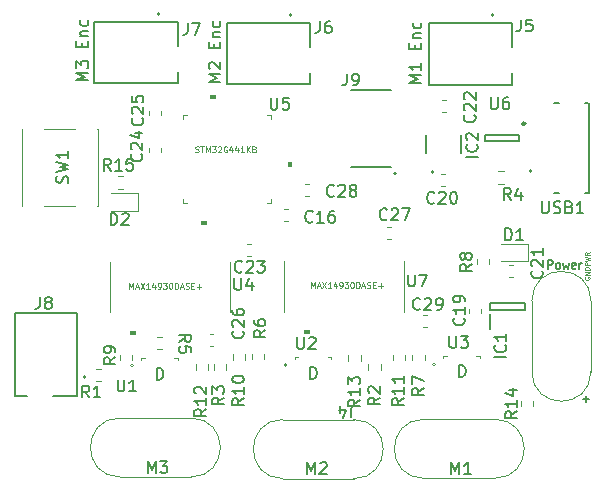
<source format=gto>
G04 #@! TF.GenerationSoftware,KiCad,Pcbnew,5.99.0+really5.1.10+dfsg1-1*
G04 #@! TF.CreationDate,2021-12-28T19:21:21+02:00*
G04 #@! TF.ProjectId,components_main_board,636f6d70-6f6e-4656-9e74-735f6d61696e,V0.1*
G04 #@! TF.SameCoordinates,Original*
G04 #@! TF.FileFunction,Legend,Top*
G04 #@! TF.FilePolarity,Positive*
%FSLAX46Y46*%
G04 Gerber Fmt 4.6, Leading zero omitted, Abs format (unit mm)*
G04 Created by KiCad (PCBNEW 5.99.0+really5.1.10+dfsg1-1) date 2021-12-28 19:21:21*
%MOMM*%
%LPD*%
G01*
G04 APERTURE LIST*
%ADD10C,0.100000*%
%ADD11C,0.175000*%
%ADD12C,0.120000*%
%ADD13C,0.200000*%
%ADD14C,0.127000*%
%ADD15C,0.249999*%
%ADD16C,0.150000*%
%ADD17C,0.125000*%
G04 APERTURE END LIST*
D10*
X238622000Y-112169133D02*
X238602952Y-112207228D01*
X238602952Y-112264371D01*
X238622000Y-112321514D01*
X238660095Y-112359609D01*
X238698190Y-112378657D01*
X238774380Y-112397704D01*
X238831523Y-112397704D01*
X238907714Y-112378657D01*
X238945809Y-112359609D01*
X238983904Y-112321514D01*
X239002952Y-112264371D01*
X239002952Y-112226276D01*
X238983904Y-112169133D01*
X238964857Y-112150085D01*
X238831523Y-112150085D01*
X238831523Y-112226276D01*
X239002952Y-111978657D02*
X238602952Y-111978657D01*
X239002952Y-111750085D01*
X238602952Y-111750085D01*
X239002952Y-111559609D02*
X238602952Y-111559609D01*
X238602952Y-111464371D01*
X238622000Y-111407228D01*
X238660095Y-111369133D01*
X238698190Y-111350085D01*
X238774380Y-111331038D01*
X238831523Y-111331038D01*
X238907714Y-111350085D01*
X238945809Y-111369133D01*
X238983904Y-111407228D01*
X239002952Y-111464371D01*
X239002952Y-111559609D01*
X239002952Y-111159609D02*
X238602952Y-111159609D01*
X238602952Y-111007228D01*
X238622000Y-110969133D01*
X238641047Y-110950085D01*
X238679142Y-110931038D01*
X238736285Y-110931038D01*
X238774380Y-110950085D01*
X238793428Y-110969133D01*
X238812476Y-111007228D01*
X238812476Y-111159609D01*
X238602952Y-110797704D02*
X239002952Y-110702466D01*
X238717238Y-110626276D01*
X239002952Y-110550085D01*
X238602952Y-110454847D01*
X239002952Y-110073895D02*
X238812476Y-110207228D01*
X239002952Y-110302466D02*
X238602952Y-110302466D01*
X238602952Y-110150085D01*
X238622000Y-110111990D01*
X238641047Y-110092942D01*
X238679142Y-110073895D01*
X238736285Y-110073895D01*
X238774380Y-110092942D01*
X238793428Y-110111990D01*
X238812476Y-110150085D01*
X238812476Y-110302466D01*
D11*
X238428333Y-122512600D02*
X238961666Y-122512600D01*
X238695000Y-122779266D02*
X238695000Y-122245933D01*
X235482866Y-111450866D02*
X235482866Y-110750866D01*
X235749533Y-110750866D01*
X235816200Y-110784200D01*
X235849533Y-110817533D01*
X235882866Y-110884200D01*
X235882866Y-110984200D01*
X235849533Y-111050866D01*
X235816200Y-111084200D01*
X235749533Y-111117533D01*
X235482866Y-111117533D01*
X236282866Y-111450866D02*
X236216200Y-111417533D01*
X236182866Y-111384200D01*
X236149533Y-111317533D01*
X236149533Y-111117533D01*
X236182866Y-111050866D01*
X236216200Y-111017533D01*
X236282866Y-110984200D01*
X236382866Y-110984200D01*
X236449533Y-111017533D01*
X236482866Y-111050866D01*
X236516200Y-111117533D01*
X236516200Y-111317533D01*
X236482866Y-111384200D01*
X236449533Y-111417533D01*
X236382866Y-111450866D01*
X236282866Y-111450866D01*
X236749533Y-110984200D02*
X236882866Y-111450866D01*
X237016200Y-111117533D01*
X237149533Y-111450866D01*
X237282866Y-110984200D01*
X237816200Y-111417533D02*
X237749533Y-111450866D01*
X237616200Y-111450866D01*
X237549533Y-111417533D01*
X237516200Y-111350866D01*
X237516200Y-111084200D01*
X237549533Y-111017533D01*
X237616200Y-110984200D01*
X237749533Y-110984200D01*
X237816200Y-111017533D01*
X237849533Y-111084200D01*
X237849533Y-111150866D01*
X237516200Y-111217533D01*
X238149533Y-111450866D02*
X238149533Y-110984200D01*
X238149533Y-111117533D02*
X238182866Y-111050866D01*
X238216200Y-111017533D01*
X238282866Y-110984200D01*
X238349533Y-110984200D01*
X227290476Y-128852380D02*
X227290476Y-127852380D01*
X227623809Y-128566666D01*
X227957142Y-127852380D01*
X227957142Y-128852380D01*
X228957142Y-128852380D02*
X228385714Y-128852380D01*
X228671428Y-128852380D02*
X228671428Y-127852380D01*
X228576190Y-127995238D01*
X228480952Y-128090476D01*
X228385714Y-128138095D01*
X215090476Y-128852380D02*
X215090476Y-127852380D01*
X215423809Y-128566666D01*
X215757142Y-127852380D01*
X215757142Y-128852380D01*
X216185714Y-127947619D02*
X216233333Y-127900000D01*
X216328571Y-127852380D01*
X216566666Y-127852380D01*
X216661904Y-127900000D01*
X216709523Y-127947619D01*
X216757142Y-128042857D01*
X216757142Y-128138095D01*
X216709523Y-128280952D01*
X216138095Y-128852380D01*
X216757142Y-128852380D01*
X201590476Y-128752380D02*
X201590476Y-127752380D01*
X201923809Y-128466666D01*
X202257142Y-127752380D01*
X202257142Y-128752380D01*
X202638095Y-127752380D02*
X203257142Y-127752380D01*
X202923809Y-128133333D01*
X203066666Y-128133333D01*
X203161904Y-128180952D01*
X203209523Y-128228571D01*
X203257142Y-128323809D01*
X203257142Y-128561904D01*
X203209523Y-128657142D01*
X203161904Y-128704761D01*
X203066666Y-128752380D01*
X202780952Y-128752380D01*
X202685714Y-128704761D01*
X202638095Y-128657142D01*
X224752380Y-95723809D02*
X223752380Y-95723809D01*
X224466666Y-95390476D01*
X223752380Y-95057142D01*
X224752380Y-95057142D01*
X224752380Y-94057142D02*
X224752380Y-94628571D01*
X224752380Y-94342857D02*
X223752380Y-94342857D01*
X223895238Y-94438095D01*
X223990476Y-94533333D01*
X224038095Y-94628571D01*
X224228571Y-92866666D02*
X224228571Y-92533333D01*
X224752380Y-92390476D02*
X224752380Y-92866666D01*
X223752380Y-92866666D01*
X223752380Y-92390476D01*
X224085714Y-91961904D02*
X224752380Y-91961904D01*
X224180952Y-91961904D02*
X224133333Y-91914285D01*
X224085714Y-91819047D01*
X224085714Y-91676190D01*
X224133333Y-91580952D01*
X224228571Y-91533333D01*
X224752380Y-91533333D01*
X224704761Y-90628571D02*
X224752380Y-90723809D01*
X224752380Y-90914285D01*
X224704761Y-91009523D01*
X224657142Y-91057142D01*
X224561904Y-91104761D01*
X224276190Y-91104761D01*
X224180952Y-91057142D01*
X224133333Y-91009523D01*
X224085714Y-90914285D01*
X224085714Y-90723809D01*
X224133333Y-90628571D01*
X207752380Y-95623809D02*
X206752380Y-95623809D01*
X207466666Y-95290476D01*
X206752380Y-94957142D01*
X207752380Y-94957142D01*
X206847619Y-94528571D02*
X206800000Y-94480952D01*
X206752380Y-94385714D01*
X206752380Y-94147619D01*
X206800000Y-94052380D01*
X206847619Y-94004761D01*
X206942857Y-93957142D01*
X207038095Y-93957142D01*
X207180952Y-94004761D01*
X207752380Y-94576190D01*
X207752380Y-93957142D01*
X207228571Y-92766666D02*
X207228571Y-92433333D01*
X207752380Y-92290476D02*
X207752380Y-92766666D01*
X206752380Y-92766666D01*
X206752380Y-92290476D01*
X207085714Y-91861904D02*
X207752380Y-91861904D01*
X207180952Y-91861904D02*
X207133333Y-91814285D01*
X207085714Y-91719047D01*
X207085714Y-91576190D01*
X207133333Y-91480952D01*
X207228571Y-91433333D01*
X207752380Y-91433333D01*
X207704761Y-90528571D02*
X207752380Y-90623809D01*
X207752380Y-90814285D01*
X207704761Y-90909523D01*
X207657142Y-90957142D01*
X207561904Y-91004761D01*
X207276190Y-91004761D01*
X207180952Y-90957142D01*
X207133333Y-90909523D01*
X207085714Y-90814285D01*
X207085714Y-90623809D01*
X207133333Y-90528571D01*
X196552380Y-95523809D02*
X195552380Y-95523809D01*
X196266666Y-95190476D01*
X195552380Y-94857142D01*
X196552380Y-94857142D01*
X195552380Y-94476190D02*
X195552380Y-93857142D01*
X195933333Y-94190476D01*
X195933333Y-94047619D01*
X195980952Y-93952380D01*
X196028571Y-93904761D01*
X196123809Y-93857142D01*
X196361904Y-93857142D01*
X196457142Y-93904761D01*
X196504761Y-93952380D01*
X196552380Y-94047619D01*
X196552380Y-94333333D01*
X196504761Y-94428571D01*
X196457142Y-94476190D01*
X196028571Y-92666666D02*
X196028571Y-92333333D01*
X196552380Y-92190476D02*
X196552380Y-92666666D01*
X195552380Y-92666666D01*
X195552380Y-92190476D01*
X195885714Y-91761904D02*
X196552380Y-91761904D01*
X195980952Y-91761904D02*
X195933333Y-91714285D01*
X195885714Y-91619047D01*
X195885714Y-91476190D01*
X195933333Y-91380952D01*
X196028571Y-91333333D01*
X196552380Y-91333333D01*
X196504761Y-90428571D02*
X196552380Y-90523809D01*
X196552380Y-90714285D01*
X196504761Y-90809523D01*
X196457142Y-90857142D01*
X196361904Y-90904761D01*
X196076190Y-90904761D01*
X195980952Y-90857142D01*
X195933333Y-90809523D01*
X195885714Y-90714285D01*
X195885714Y-90523809D01*
X195933333Y-90428571D01*
D12*
X213159420Y-107410000D02*
X213440580Y-107410000D01*
X213159420Y-106390000D02*
X213440580Y-106390000D01*
D13*
X234101200Y-103209000D02*
G75*
G03*
X234101200Y-103209000I-100000J0D01*
G01*
D14*
X238951200Y-105009000D02*
X238951200Y-97409000D01*
X236001200Y-105009000D02*
X236401200Y-105009000D01*
X236401200Y-97409000D02*
X236001200Y-97409000D01*
X238601200Y-105009000D02*
X238901200Y-105009000D01*
X238601200Y-97409000D02*
X238901200Y-97409000D01*
D12*
X198410600Y-110892900D02*
X198410600Y-115134700D01*
X208570600Y-115134700D02*
X208570600Y-110892900D01*
D10*
G36*
X200506100Y-116977401D02*
G01*
X200125100Y-116977401D01*
X200125100Y-116723401D01*
X200506100Y-116723401D01*
X200506100Y-116977401D01*
G37*
X200506100Y-116977401D02*
X200125100Y-116977401D01*
X200125100Y-116723401D01*
X200506100Y-116723401D01*
X200506100Y-116977401D01*
D12*
X204578900Y-105921100D02*
X204916860Y-105921100D01*
X212021100Y-105921100D02*
X212021100Y-105583140D01*
X212021100Y-98478900D02*
X211683140Y-98478900D01*
X204578900Y-98478900D02*
X204578900Y-98816860D01*
X204578900Y-105583140D02*
X204578900Y-105921100D01*
X211683140Y-105921100D02*
X212021100Y-105921100D01*
X212021100Y-98816860D02*
X212021100Y-98478900D01*
X204916860Y-98478900D02*
X204578900Y-98478900D01*
D10*
G36*
X206109499Y-107407000D02*
G01*
X206109499Y-107661000D01*
X206490499Y-107661000D01*
X206490499Y-107407000D01*
X206109499Y-107407000D01*
G37*
X206109499Y-107407000D02*
X206109499Y-107661000D01*
X206490499Y-107661000D01*
X206490499Y-107407000D01*
X206109499Y-107407000D01*
G36*
X213761000Y-102409499D02*
G01*
X213761000Y-102790499D01*
X213507000Y-102790499D01*
X213507000Y-102409499D01*
X213761000Y-102409499D01*
G37*
X213761000Y-102409499D02*
X213761000Y-102790499D01*
X213507000Y-102790499D01*
X213507000Y-102409499D01*
X213761000Y-102409499D01*
G36*
X206909500Y-96993000D02*
G01*
X206909500Y-96739000D01*
X207290500Y-96739000D01*
X207290500Y-96993000D01*
X206909500Y-96993000D01*
G37*
X206909500Y-96993000D02*
X206909500Y-96739000D01*
X207290500Y-96739000D01*
X207290500Y-96993000D01*
X206909500Y-96993000D01*
D15*
X233558002Y-99165001D02*
G75*
G03*
X233558002Y-99165001I-125001J0D01*
G01*
D16*
X230133000Y-100640002D02*
X233033000Y-100640002D01*
X230133000Y-100140001D02*
X233033000Y-100140001D01*
X230133000Y-100140001D02*
X230133000Y-100640002D01*
X233033000Y-100140001D02*
X233033000Y-100640002D01*
D13*
X218785000Y-102860000D02*
X222215000Y-102860000D01*
X222215000Y-96340000D02*
X218785000Y-96340000D01*
X222635000Y-103390000D02*
G75*
G03*
X222635000Y-103390000I-100000J0D01*
G01*
D14*
X195575000Y-122278800D02*
X193545000Y-122278800D01*
X191345000Y-122278800D02*
X190375000Y-122278800D01*
X190375000Y-122278800D02*
X190375000Y-115208800D01*
X190375000Y-115208800D02*
X195575000Y-115208800D01*
X195575000Y-115208800D02*
X195575000Y-122278800D01*
D13*
X196353000Y-120633800D02*
G75*
G03*
X196353000Y-120633800I-100000J0D01*
G01*
X202600000Y-89892000D02*
G75*
G03*
X202600000Y-89892000I-100000J0D01*
G01*
D14*
X197075000Y-90570000D02*
X204145000Y-90570000D01*
X197075000Y-95770000D02*
X197075000Y-90570000D01*
X204145000Y-95770000D02*
X197075000Y-95770000D01*
X204145000Y-94800000D02*
X204145000Y-95770000D01*
X204145000Y-90570000D02*
X204145000Y-92600000D01*
X215345000Y-90656000D02*
X215345000Y-92686000D01*
X215345000Y-94886000D02*
X215345000Y-95856000D01*
X215345000Y-95856000D02*
X208275000Y-95856000D01*
X208275000Y-95856000D02*
X208275000Y-90656000D01*
X208275000Y-90656000D02*
X215345000Y-90656000D01*
D13*
X213800000Y-89978000D02*
G75*
G03*
X213800000Y-89978000I-100000J0D01*
G01*
D14*
X232445000Y-90670000D02*
X232445000Y-92700000D01*
X232445000Y-94900000D02*
X232445000Y-95870000D01*
X232445000Y-95870000D02*
X225375000Y-95870000D01*
X225375000Y-95870000D02*
X225375000Y-90670000D01*
X225375000Y-90670000D02*
X232445000Y-90670000D01*
D13*
X230900000Y-89992000D02*
G75*
G03*
X230900000Y-89992000I-100000J0D01*
G01*
D12*
X213035400Y-124229800D02*
X219035400Y-124229800D01*
X213035400Y-129229800D02*
X219035400Y-129229800D01*
X213035400Y-124229800D02*
G75*
G03*
X213035400Y-129229800I0J-2500000D01*
G01*
X219035400Y-129229800D02*
G75*
G03*
X219035400Y-124229800I0J2500000D01*
G01*
X199246000Y-124094800D02*
X205246000Y-124094800D01*
X199246000Y-129094800D02*
X205246000Y-129094800D01*
X199246000Y-124094800D02*
G75*
G03*
X199246000Y-129094800I0J-2500000D01*
G01*
X205246000Y-129094800D02*
G75*
G03*
X205246000Y-124094800I0J2500000D01*
G01*
X224973400Y-124204400D02*
X230973400Y-124204400D01*
X224973400Y-129204400D02*
X230973400Y-129204400D01*
X224973400Y-124204400D02*
G75*
G03*
X224973400Y-129204400I0J-2500000D01*
G01*
X230973400Y-129204400D02*
G75*
G03*
X230973400Y-124204400I0J2500000D01*
G01*
X239120200Y-114179400D02*
X239120200Y-120179400D01*
X234120200Y-114179400D02*
X234120200Y-120179400D01*
X239120200Y-114179400D02*
G75*
G03*
X234120200Y-114179400I-2500000J0D01*
G01*
X234120200Y-120179400D02*
G75*
G03*
X239120200Y-120179400I2500000J0D01*
G01*
D14*
X225155400Y-101673400D02*
X225155400Y-100173400D01*
X228155400Y-101673400D02*
X228155400Y-100173400D01*
D13*
X225805400Y-103288400D02*
G75*
G03*
X225805400Y-103288400I-100000J0D01*
G01*
D12*
X198482200Y-106536800D02*
X200767200Y-106536800D01*
X200767200Y-106536800D02*
X200767200Y-105066800D01*
X200767200Y-105066800D02*
X198482200Y-105066800D01*
X231545000Y-110802400D02*
X233830000Y-110802400D01*
X233830000Y-110802400D02*
X233830000Y-109332400D01*
X233830000Y-109332400D02*
X231545000Y-109332400D01*
X233194100Y-122644942D02*
X233194100Y-123119458D01*
X234239100Y-122644942D02*
X234239100Y-123119458D01*
X229485700Y-110604342D02*
X229485700Y-111078858D01*
X230530700Y-110604342D02*
X230530700Y-111078858D01*
X199519458Y-103628300D02*
X199044942Y-103628300D01*
X199519458Y-104673300D02*
X199044942Y-104673300D01*
X219634100Y-119233258D02*
X219634100Y-118758742D01*
X218589100Y-119233258D02*
X218589100Y-118758742D01*
X202364342Y-118260700D02*
X202838858Y-118260700D01*
X202364342Y-117215700D02*
X202838858Y-117215700D01*
X222348300Y-118732342D02*
X222348300Y-119206858D01*
X223393300Y-118732342D02*
X223393300Y-119206858D01*
X208784700Y-118707942D02*
X208784700Y-119182458D01*
X209829700Y-118707942D02*
X209829700Y-119182458D01*
X206722500Y-120012258D02*
X206722500Y-119537742D01*
X205677500Y-120012258D02*
X205677500Y-119537742D01*
X223999300Y-118732342D02*
X223999300Y-119206858D01*
X225044300Y-118732342D02*
X225044300Y-119206858D01*
X210384900Y-118657142D02*
X210384900Y-119131658D01*
X211429900Y-118657142D02*
X211429900Y-119131658D01*
X199208900Y-118745542D02*
X199208900Y-119220058D01*
X200253900Y-118745542D02*
X200253900Y-119220058D01*
X207184500Y-119537742D02*
X207184500Y-120012258D01*
X208229500Y-119537742D02*
X208229500Y-120012258D01*
X220265500Y-119558342D02*
X220265500Y-120032858D01*
X221310500Y-119558342D02*
X221310500Y-120032858D01*
X197657258Y-119958900D02*
X197182742Y-119958900D01*
X197657258Y-121003900D02*
X197182742Y-121003900D01*
X231269542Y-104265300D02*
X231744058Y-104265300D01*
X231269542Y-103220300D02*
X231744058Y-103220300D01*
X229832400Y-115208579D02*
X229832400Y-114883021D01*
X228812400Y-115208579D02*
X228812400Y-114883021D01*
D10*
G36*
X215212700Y-116926601D02*
G01*
X214831700Y-116926601D01*
X214831700Y-116672601D01*
X215212700Y-116672601D01*
X215212700Y-116926601D01*
G37*
X215212700Y-116926601D02*
X214831700Y-116926601D01*
X214831700Y-116672601D01*
X215212700Y-116672601D01*
X215212700Y-116926601D01*
D12*
X223277200Y-115083900D02*
X223277200Y-110842100D01*
X213117200Y-110842100D02*
X213117200Y-115083900D01*
X207162779Y-116990000D02*
X206837221Y-116990000D01*
X207162779Y-118010000D02*
X206837221Y-118010000D01*
X224943221Y-116394000D02*
X225268779Y-116394000D01*
X224943221Y-115374000D02*
X225268779Y-115374000D01*
X232182221Y-112152200D02*
X232507779Y-112152200D01*
X232182221Y-111132200D02*
X232507779Y-111132200D01*
X226492621Y-97162200D02*
X226818179Y-97162200D01*
X226492621Y-98182200D02*
X226818179Y-98182200D01*
X214937221Y-104290000D02*
X215262779Y-104290000D01*
X214937221Y-105310000D02*
X215262779Y-105310000D01*
X201690000Y-98137221D02*
X201690000Y-98462779D01*
X202710000Y-98137221D02*
X202710000Y-98462779D01*
X210362779Y-110410000D02*
X210037221Y-110410000D01*
X210362779Y-109390000D02*
X210037221Y-109390000D01*
D13*
X230540200Y-114939800D02*
X230540200Y-114389800D01*
X230540200Y-114389800D02*
X233540200Y-114389800D01*
X233540200Y-114389800D02*
X233540200Y-114939800D01*
X233540200Y-114939800D02*
X230540200Y-114939800D01*
X230540200Y-116539800D02*
X230540200Y-115289800D01*
D12*
X226467221Y-103436000D02*
X226792779Y-103436000D01*
X226467221Y-104456000D02*
X226792779Y-104456000D01*
X197373400Y-106109200D02*
X197343400Y-106109200D01*
X190913400Y-106109200D02*
X190943400Y-106109200D01*
X190913400Y-99649200D02*
X190943400Y-99649200D01*
X197343400Y-99649200D02*
X197373400Y-99649200D01*
X195443400Y-106109200D02*
X192843400Y-106109200D01*
X197373400Y-99649200D02*
X197373400Y-106109200D01*
X195443400Y-99649200D02*
X192843400Y-99649200D01*
X190913400Y-99649200D02*
X190913400Y-106109200D01*
X221844421Y-107906400D02*
X222169979Y-107906400D01*
X221844421Y-108926400D02*
X222169979Y-108926400D01*
X201690000Y-101562779D02*
X201690000Y-101237221D01*
X202710000Y-101562779D02*
X202710000Y-101237221D01*
X214032901Y-119128799D02*
X214032901Y-118953799D01*
X217132899Y-119128799D02*
X217132899Y-118953799D01*
X216832900Y-118953799D02*
X217132899Y-118953799D01*
X214032901Y-118953799D02*
X214332900Y-118953799D01*
X213382902Y-119628798D02*
G75*
G03*
X213382902Y-119628798I-125001J0D01*
G01*
X200401602Y-119672600D02*
G75*
G03*
X200401602Y-119672600I-125001J0D01*
G01*
X201051601Y-118997601D02*
X201351600Y-118997601D01*
X203851600Y-118997601D02*
X204151599Y-118997601D01*
X204151599Y-119172601D02*
X204151599Y-118997601D01*
X201051601Y-119172601D02*
X201051601Y-118997601D01*
X226604001Y-119042200D02*
X226604001Y-118867200D01*
X229703999Y-119042200D02*
X229703999Y-118867200D01*
X229404000Y-118867200D02*
X229703999Y-118867200D01*
X226604001Y-118867200D02*
X226904000Y-118867200D01*
X225954002Y-119542199D02*
G75*
G03*
X225954002Y-119542199I-125001J0D01*
G01*
D16*
X215557142Y-107457142D02*
X215509523Y-107504761D01*
X215366666Y-107552380D01*
X215271428Y-107552380D01*
X215128571Y-107504761D01*
X215033333Y-107409523D01*
X214985714Y-107314285D01*
X214938095Y-107123809D01*
X214938095Y-106980952D01*
X214985714Y-106790476D01*
X215033333Y-106695238D01*
X215128571Y-106600000D01*
X215271428Y-106552380D01*
X215366666Y-106552380D01*
X215509523Y-106600000D01*
X215557142Y-106647619D01*
X216509523Y-107552380D02*
X215938095Y-107552380D01*
X216223809Y-107552380D02*
X216223809Y-106552380D01*
X216128571Y-106695238D01*
X216033333Y-106790476D01*
X215938095Y-106838095D01*
X217366666Y-106552380D02*
X217176190Y-106552380D01*
X217080952Y-106600000D01*
X217033333Y-106647619D01*
X216938095Y-106790476D01*
X216890476Y-106980952D01*
X216890476Y-107361904D01*
X216938095Y-107457142D01*
X216985714Y-107504761D01*
X217080952Y-107552380D01*
X217271428Y-107552380D01*
X217366666Y-107504761D01*
X217414285Y-107457142D01*
X217461904Y-107361904D01*
X217461904Y-107123809D01*
X217414285Y-107028571D01*
X217366666Y-106980952D01*
X217271428Y-106933333D01*
X217080952Y-106933333D01*
X216985714Y-106980952D01*
X216938095Y-107028571D01*
X216890476Y-107123809D01*
X234961904Y-105752380D02*
X234961904Y-106561904D01*
X235009523Y-106657142D01*
X235057142Y-106704761D01*
X235152380Y-106752380D01*
X235342857Y-106752380D01*
X235438095Y-106704761D01*
X235485714Y-106657142D01*
X235533333Y-106561904D01*
X235533333Y-105752380D01*
X235961904Y-106704761D02*
X236104761Y-106752380D01*
X236342857Y-106752380D01*
X236438095Y-106704761D01*
X236485714Y-106657142D01*
X236533333Y-106561904D01*
X236533333Y-106466666D01*
X236485714Y-106371428D01*
X236438095Y-106323809D01*
X236342857Y-106276190D01*
X236152380Y-106228571D01*
X236057142Y-106180952D01*
X236009523Y-106133333D01*
X235961904Y-106038095D01*
X235961904Y-105942857D01*
X236009523Y-105847619D01*
X236057142Y-105800000D01*
X236152380Y-105752380D01*
X236390476Y-105752380D01*
X236533333Y-105800000D01*
X237295238Y-106228571D02*
X237438095Y-106276190D01*
X237485714Y-106323809D01*
X237533333Y-106419047D01*
X237533333Y-106561904D01*
X237485714Y-106657142D01*
X237438095Y-106704761D01*
X237342857Y-106752380D01*
X236961904Y-106752380D01*
X236961904Y-105752380D01*
X237295238Y-105752380D01*
X237390476Y-105800000D01*
X237438095Y-105847619D01*
X237485714Y-105942857D01*
X237485714Y-106038095D01*
X237438095Y-106133333D01*
X237390476Y-106180952D01*
X237295238Y-106228571D01*
X236961904Y-106228571D01*
X238485714Y-106752380D02*
X237914285Y-106752380D01*
X238200000Y-106752380D02*
X238200000Y-105752380D01*
X238104761Y-105895238D01*
X238009523Y-105990476D01*
X237914285Y-106038095D01*
X208938095Y-112252380D02*
X208938095Y-113061904D01*
X208985714Y-113157142D01*
X209033333Y-113204761D01*
X209128571Y-113252380D01*
X209319047Y-113252380D01*
X209414285Y-113204761D01*
X209461904Y-113157142D01*
X209509523Y-113061904D01*
X209509523Y-112252380D01*
X210414285Y-112585714D02*
X210414285Y-113252380D01*
X210176190Y-112204761D02*
X209938095Y-112919047D01*
X210557142Y-112919047D01*
D17*
X200036580Y-113163790D02*
X200036580Y-112663790D01*
X200203247Y-113020933D01*
X200369914Y-112663790D01*
X200369914Y-113163790D01*
X200584200Y-113020933D02*
X200822295Y-113020933D01*
X200536580Y-113163790D02*
X200703247Y-112663790D01*
X200869914Y-113163790D01*
X200988961Y-112663790D02*
X201322295Y-113163790D01*
X201322295Y-112663790D02*
X200988961Y-113163790D01*
X201774676Y-113163790D02*
X201488961Y-113163790D01*
X201631819Y-113163790D02*
X201631819Y-112663790D01*
X201584200Y-112735219D01*
X201536580Y-112782838D01*
X201488961Y-112806647D01*
X202203247Y-112830457D02*
X202203247Y-113163790D01*
X202084200Y-112639980D02*
X201965152Y-112997123D01*
X202274676Y-112997123D01*
X202488961Y-113163790D02*
X202584200Y-113163790D01*
X202631819Y-113139980D01*
X202655628Y-113116171D01*
X202703247Y-113044742D01*
X202727057Y-112949504D01*
X202727057Y-112759028D01*
X202703247Y-112711409D01*
X202679438Y-112687600D01*
X202631819Y-112663790D01*
X202536580Y-112663790D01*
X202488961Y-112687600D01*
X202465152Y-112711409D01*
X202441342Y-112759028D01*
X202441342Y-112878076D01*
X202465152Y-112925695D01*
X202488961Y-112949504D01*
X202536580Y-112973314D01*
X202631819Y-112973314D01*
X202679438Y-112949504D01*
X202703247Y-112925695D01*
X202727057Y-112878076D01*
X202893723Y-112663790D02*
X203203247Y-112663790D01*
X203036580Y-112854266D01*
X203108009Y-112854266D01*
X203155628Y-112878076D01*
X203179438Y-112901885D01*
X203203247Y-112949504D01*
X203203247Y-113068552D01*
X203179438Y-113116171D01*
X203155628Y-113139980D01*
X203108009Y-113163790D01*
X202965152Y-113163790D01*
X202917533Y-113139980D01*
X202893723Y-113116171D01*
X203512771Y-112663790D02*
X203560390Y-112663790D01*
X203608009Y-112687600D01*
X203631819Y-112711409D01*
X203655628Y-112759028D01*
X203679438Y-112854266D01*
X203679438Y-112973314D01*
X203655628Y-113068552D01*
X203631819Y-113116171D01*
X203608009Y-113139980D01*
X203560390Y-113163790D01*
X203512771Y-113163790D01*
X203465152Y-113139980D01*
X203441342Y-113116171D01*
X203417533Y-113068552D01*
X203393723Y-112973314D01*
X203393723Y-112854266D01*
X203417533Y-112759028D01*
X203441342Y-112711409D01*
X203465152Y-112687600D01*
X203512771Y-112663790D01*
X203893723Y-113163790D02*
X203893723Y-112663790D01*
X204012771Y-112663790D01*
X204084200Y-112687600D01*
X204131819Y-112735219D01*
X204155628Y-112782838D01*
X204179438Y-112878076D01*
X204179438Y-112949504D01*
X204155628Y-113044742D01*
X204131819Y-113092361D01*
X204084200Y-113139980D01*
X204012771Y-113163790D01*
X203893723Y-113163790D01*
X204369914Y-113020933D02*
X204608009Y-113020933D01*
X204322295Y-113163790D02*
X204488961Y-112663790D01*
X204655628Y-113163790D01*
X204798485Y-113139980D02*
X204869914Y-113163790D01*
X204988961Y-113163790D01*
X205036580Y-113139980D01*
X205060390Y-113116171D01*
X205084200Y-113068552D01*
X205084200Y-113020933D01*
X205060390Y-112973314D01*
X205036580Y-112949504D01*
X204988961Y-112925695D01*
X204893723Y-112901885D01*
X204846104Y-112878076D01*
X204822295Y-112854266D01*
X204798485Y-112806647D01*
X204798485Y-112759028D01*
X204822295Y-112711409D01*
X204846104Y-112687600D01*
X204893723Y-112663790D01*
X205012771Y-112663790D01*
X205084200Y-112687600D01*
X205298485Y-112901885D02*
X205465152Y-112901885D01*
X205536580Y-113163790D02*
X205298485Y-113163790D01*
X205298485Y-112663790D01*
X205536580Y-112663790D01*
X205750866Y-112973314D02*
X206131819Y-112973314D01*
X205941342Y-113163790D02*
X205941342Y-112782838D01*
D16*
X212011745Y-96989181D02*
X212011745Y-97798705D01*
X212059364Y-97893943D01*
X212106983Y-97941562D01*
X212202221Y-97989181D01*
X212392697Y-97989181D01*
X212487935Y-97941562D01*
X212535554Y-97893943D01*
X212583173Y-97798705D01*
X212583173Y-96989181D01*
X213535554Y-96989181D02*
X213059364Y-96989181D01*
X213011745Y-97465372D01*
X213059364Y-97417753D01*
X213154602Y-97370134D01*
X213392697Y-97370134D01*
X213487935Y-97417753D01*
X213535554Y-97465372D01*
X213583173Y-97560610D01*
X213583173Y-97798705D01*
X213535554Y-97893943D01*
X213487935Y-97941562D01*
X213392697Y-97989181D01*
X213154602Y-97989181D01*
X213059364Y-97941562D01*
X213011745Y-97893943D01*
D17*
X205632526Y-101570581D02*
X205703954Y-101594391D01*
X205823002Y-101594391D01*
X205870621Y-101570581D01*
X205894430Y-101546772D01*
X205918240Y-101499153D01*
X205918240Y-101451534D01*
X205894430Y-101403915D01*
X205870621Y-101380105D01*
X205823002Y-101356296D01*
X205727764Y-101332486D01*
X205680145Y-101308677D01*
X205656335Y-101284867D01*
X205632526Y-101237248D01*
X205632526Y-101189629D01*
X205656335Y-101142010D01*
X205680145Y-101118201D01*
X205727764Y-101094391D01*
X205846811Y-101094391D01*
X205918240Y-101118201D01*
X206061097Y-101094391D02*
X206346811Y-101094391D01*
X206203954Y-101594391D02*
X206203954Y-101094391D01*
X206513478Y-101594391D02*
X206513478Y-101094391D01*
X206680145Y-101451534D01*
X206846811Y-101094391D01*
X206846811Y-101594391D01*
X207037288Y-101094391D02*
X207346811Y-101094391D01*
X207180145Y-101284867D01*
X207251573Y-101284867D01*
X207299192Y-101308677D01*
X207323002Y-101332486D01*
X207346811Y-101380105D01*
X207346811Y-101499153D01*
X207323002Y-101546772D01*
X207299192Y-101570581D01*
X207251573Y-101594391D01*
X207108716Y-101594391D01*
X207061097Y-101570581D01*
X207037288Y-101546772D01*
X207537288Y-101142010D02*
X207561097Y-101118201D01*
X207608716Y-101094391D01*
X207727764Y-101094391D01*
X207775383Y-101118201D01*
X207799192Y-101142010D01*
X207823002Y-101189629D01*
X207823002Y-101237248D01*
X207799192Y-101308677D01*
X207513478Y-101594391D01*
X207823002Y-101594391D01*
X208299192Y-101118201D02*
X208251573Y-101094391D01*
X208180145Y-101094391D01*
X208108716Y-101118201D01*
X208061097Y-101165820D01*
X208037288Y-101213439D01*
X208013478Y-101308677D01*
X208013478Y-101380105D01*
X208037288Y-101475343D01*
X208061097Y-101522962D01*
X208108716Y-101570581D01*
X208180145Y-101594391D01*
X208227764Y-101594391D01*
X208299192Y-101570581D01*
X208323002Y-101546772D01*
X208323002Y-101380105D01*
X208227764Y-101380105D01*
X208751573Y-101261058D02*
X208751573Y-101594391D01*
X208632526Y-101070581D02*
X208513478Y-101427724D01*
X208823002Y-101427724D01*
X209227764Y-101261058D02*
X209227764Y-101594391D01*
X209108716Y-101070581D02*
X208989669Y-101427724D01*
X209299192Y-101427724D01*
X209751573Y-101594391D02*
X209465859Y-101594391D01*
X209608716Y-101594391D02*
X209608716Y-101094391D01*
X209561097Y-101165820D01*
X209513478Y-101213439D01*
X209465859Y-101237248D01*
X209965859Y-101594391D02*
X209965859Y-101094391D01*
X210251573Y-101594391D02*
X210037288Y-101308677D01*
X210251573Y-101094391D02*
X209965859Y-101380105D01*
X210632526Y-101332486D02*
X210703954Y-101356296D01*
X210727764Y-101380105D01*
X210751573Y-101427724D01*
X210751573Y-101499153D01*
X210727764Y-101546772D01*
X210703954Y-101570581D01*
X210656335Y-101594391D01*
X210465859Y-101594391D01*
X210465859Y-101094391D01*
X210632526Y-101094391D01*
X210680145Y-101118201D01*
X210703954Y-101142010D01*
X210727764Y-101189629D01*
X210727764Y-101237248D01*
X210703954Y-101284867D01*
X210680145Y-101308677D01*
X210632526Y-101332486D01*
X210465859Y-101332486D01*
D16*
X230640595Y-96952380D02*
X230640595Y-97761904D01*
X230688214Y-97857142D01*
X230735833Y-97904761D01*
X230831071Y-97952380D01*
X231021547Y-97952380D01*
X231116785Y-97904761D01*
X231164404Y-97857142D01*
X231212023Y-97761904D01*
X231212023Y-96952380D01*
X232116785Y-96952380D02*
X231926309Y-96952380D01*
X231831071Y-97000000D01*
X231783452Y-97047619D01*
X231688214Y-97190476D01*
X231640595Y-97380952D01*
X231640595Y-97761904D01*
X231688214Y-97857142D01*
X231735833Y-97904761D01*
X231831071Y-97952380D01*
X232021547Y-97952380D01*
X232116785Y-97904761D01*
X232164404Y-97857142D01*
X232212023Y-97761904D01*
X232212023Y-97523809D01*
X232164404Y-97428571D01*
X232116785Y-97380952D01*
X232021547Y-97333333D01*
X231831071Y-97333333D01*
X231735833Y-97380952D01*
X231688214Y-97428571D01*
X231640595Y-97523809D01*
X218458066Y-94940180D02*
X218458066Y-95654466D01*
X218410447Y-95797323D01*
X218315209Y-95892561D01*
X218172352Y-95940180D01*
X218077114Y-95940180D01*
X218981876Y-95940180D02*
X219172352Y-95940180D01*
X219267590Y-95892561D01*
X219315209Y-95844942D01*
X219410447Y-95702085D01*
X219458066Y-95511609D01*
X219458066Y-95130657D01*
X219410447Y-95035419D01*
X219362828Y-94987800D01*
X219267590Y-94940180D01*
X219077114Y-94940180D01*
X218981876Y-94987800D01*
X218934257Y-95035419D01*
X218886638Y-95130657D01*
X218886638Y-95368752D01*
X218934257Y-95463990D01*
X218981876Y-95511609D01*
X219077114Y-95559228D01*
X219267590Y-95559228D01*
X219362828Y-95511609D01*
X219410447Y-95463990D01*
X219458066Y-95368752D01*
X192463866Y-113863180D02*
X192463866Y-114577466D01*
X192416247Y-114720323D01*
X192321009Y-114815561D01*
X192178152Y-114863180D01*
X192082914Y-114863180D01*
X193082914Y-114291752D02*
X192987676Y-114244133D01*
X192940057Y-114196514D01*
X192892438Y-114101276D01*
X192892438Y-114053657D01*
X192940057Y-113958419D01*
X192987676Y-113910800D01*
X193082914Y-113863180D01*
X193273390Y-113863180D01*
X193368628Y-113910800D01*
X193416247Y-113958419D01*
X193463866Y-114053657D01*
X193463866Y-114101276D01*
X193416247Y-114196514D01*
X193368628Y-114244133D01*
X193273390Y-114291752D01*
X193082914Y-114291752D01*
X192987676Y-114339371D01*
X192940057Y-114386990D01*
X192892438Y-114482228D01*
X192892438Y-114672704D01*
X192940057Y-114767942D01*
X192987676Y-114815561D01*
X193082914Y-114863180D01*
X193273390Y-114863180D01*
X193368628Y-114815561D01*
X193416247Y-114767942D01*
X193463866Y-114672704D01*
X193463866Y-114482228D01*
X193416247Y-114386990D01*
X193368628Y-114339371D01*
X193273390Y-114291752D01*
X204966666Y-90652380D02*
X204966666Y-91366666D01*
X204919047Y-91509523D01*
X204823809Y-91604761D01*
X204680952Y-91652380D01*
X204585714Y-91652380D01*
X205347619Y-90652380D02*
X206014285Y-90652380D01*
X205585714Y-91652380D01*
X216166666Y-90495180D02*
X216166666Y-91209466D01*
X216119047Y-91352323D01*
X216023809Y-91447561D01*
X215880952Y-91495180D01*
X215785714Y-91495180D01*
X217071428Y-90495180D02*
X216880952Y-90495180D01*
X216785714Y-90542800D01*
X216738095Y-90590419D01*
X216642857Y-90733276D01*
X216595238Y-90923752D01*
X216595238Y-91304704D01*
X216642857Y-91399942D01*
X216690476Y-91447561D01*
X216785714Y-91495180D01*
X216976190Y-91495180D01*
X217071428Y-91447561D01*
X217119047Y-91399942D01*
X217166666Y-91304704D01*
X217166666Y-91066609D01*
X217119047Y-90971371D01*
X217071428Y-90923752D01*
X216976190Y-90876133D01*
X216785714Y-90876133D01*
X216690476Y-90923752D01*
X216642857Y-90971371D01*
X216595238Y-91066609D01*
X233184466Y-90366580D02*
X233184466Y-91080866D01*
X233136847Y-91223723D01*
X233041609Y-91318961D01*
X232898752Y-91366580D01*
X232803514Y-91366580D01*
X234136847Y-90366580D02*
X233660657Y-90366580D01*
X233613038Y-90842771D01*
X233660657Y-90795152D01*
X233755895Y-90747533D01*
X233993990Y-90747533D01*
X234089228Y-90795152D01*
X234136847Y-90842771D01*
X234184466Y-90938009D01*
X234184466Y-91176104D01*
X234136847Y-91271342D01*
X234089228Y-91318961D01*
X233993990Y-91366580D01*
X233755895Y-91366580D01*
X233660657Y-91318961D01*
X233613038Y-91271342D01*
X218809933Y-124051619D02*
X218809933Y-123337333D01*
X218857552Y-123194476D01*
X218952790Y-123099238D01*
X219095647Y-123051619D01*
X219190885Y-123051619D01*
X217905171Y-123718285D02*
X217905171Y-123051619D01*
X218143266Y-124099238D02*
X218381361Y-123384952D01*
X217762314Y-123384952D01*
X229552380Y-101976190D02*
X228552380Y-101976190D01*
X229457142Y-100928571D02*
X229504761Y-100976190D01*
X229552380Y-101119047D01*
X229552380Y-101214285D01*
X229504761Y-101357142D01*
X229409523Y-101452380D01*
X229314285Y-101500000D01*
X229123809Y-101547619D01*
X228980952Y-101547619D01*
X228790476Y-101500000D01*
X228695238Y-101452380D01*
X228600000Y-101357142D01*
X228552380Y-101214285D01*
X228552380Y-101119047D01*
X228600000Y-100976190D01*
X228647619Y-100928571D01*
X228647619Y-100547619D02*
X228600000Y-100500000D01*
X228552380Y-100404761D01*
X228552380Y-100166666D01*
X228600000Y-100071428D01*
X228647619Y-100023809D01*
X228742857Y-99976190D01*
X228838095Y-99976190D01*
X228980952Y-100023809D01*
X229552380Y-100595238D01*
X229552380Y-99976190D01*
X198461904Y-107752380D02*
X198461904Y-106752380D01*
X198700000Y-106752380D01*
X198842857Y-106800000D01*
X198938095Y-106895238D01*
X198985714Y-106990476D01*
X199033333Y-107180952D01*
X199033333Y-107323809D01*
X198985714Y-107514285D01*
X198938095Y-107609523D01*
X198842857Y-107704761D01*
X198700000Y-107752380D01*
X198461904Y-107752380D01*
X199414285Y-106847619D02*
X199461904Y-106800000D01*
X199557142Y-106752380D01*
X199795238Y-106752380D01*
X199890476Y-106800000D01*
X199938095Y-106847619D01*
X199985714Y-106942857D01*
X199985714Y-107038095D01*
X199938095Y-107180952D01*
X199366666Y-107752380D01*
X199985714Y-107752380D01*
X231861904Y-109052380D02*
X231861904Y-108052380D01*
X232100000Y-108052380D01*
X232242857Y-108100000D01*
X232338095Y-108195238D01*
X232385714Y-108290476D01*
X232433333Y-108480952D01*
X232433333Y-108623809D01*
X232385714Y-108814285D01*
X232338095Y-108909523D01*
X232242857Y-109004761D01*
X232100000Y-109052380D01*
X231861904Y-109052380D01*
X233385714Y-109052380D02*
X232814285Y-109052380D01*
X233100000Y-109052380D02*
X233100000Y-108052380D01*
X233004761Y-108195238D01*
X232909523Y-108290476D01*
X232814285Y-108338095D01*
X232852380Y-123542857D02*
X232376190Y-123876190D01*
X232852380Y-124114285D02*
X231852380Y-124114285D01*
X231852380Y-123733333D01*
X231900000Y-123638095D01*
X231947619Y-123590476D01*
X232042857Y-123542857D01*
X232185714Y-123542857D01*
X232280952Y-123590476D01*
X232328571Y-123638095D01*
X232376190Y-123733333D01*
X232376190Y-124114285D01*
X232852380Y-122590476D02*
X232852380Y-123161904D01*
X232852380Y-122876190D02*
X231852380Y-122876190D01*
X231995238Y-122971428D01*
X232090476Y-123066666D01*
X232138095Y-123161904D01*
X232185714Y-121733333D02*
X232852380Y-121733333D01*
X231804761Y-121971428D02*
X232519047Y-122209523D01*
X232519047Y-121590476D01*
X229052380Y-111066666D02*
X228576190Y-111400000D01*
X229052380Y-111638095D02*
X228052380Y-111638095D01*
X228052380Y-111257142D01*
X228100000Y-111161904D01*
X228147619Y-111114285D01*
X228242857Y-111066666D01*
X228385714Y-111066666D01*
X228480952Y-111114285D01*
X228528571Y-111161904D01*
X228576190Y-111257142D01*
X228576190Y-111638095D01*
X228480952Y-110495238D02*
X228433333Y-110590476D01*
X228385714Y-110638095D01*
X228290476Y-110685714D01*
X228242857Y-110685714D01*
X228147619Y-110638095D01*
X228100000Y-110590476D01*
X228052380Y-110495238D01*
X228052380Y-110304761D01*
X228100000Y-110209523D01*
X228147619Y-110161904D01*
X228242857Y-110114285D01*
X228290476Y-110114285D01*
X228385714Y-110161904D01*
X228433333Y-110209523D01*
X228480952Y-110304761D01*
X228480952Y-110495238D01*
X228528571Y-110590476D01*
X228576190Y-110638095D01*
X228671428Y-110685714D01*
X228861904Y-110685714D01*
X228957142Y-110638095D01*
X229004761Y-110590476D01*
X229052380Y-110495238D01*
X229052380Y-110304761D01*
X229004761Y-110209523D01*
X228957142Y-110161904D01*
X228861904Y-110114285D01*
X228671428Y-110114285D01*
X228576190Y-110161904D01*
X228528571Y-110209523D01*
X228480952Y-110304761D01*
X198457142Y-103152380D02*
X198123809Y-102676190D01*
X197885714Y-103152380D02*
X197885714Y-102152380D01*
X198266666Y-102152380D01*
X198361904Y-102200000D01*
X198409523Y-102247619D01*
X198457142Y-102342857D01*
X198457142Y-102485714D01*
X198409523Y-102580952D01*
X198361904Y-102628571D01*
X198266666Y-102676190D01*
X197885714Y-102676190D01*
X199409523Y-103152380D02*
X198838095Y-103152380D01*
X199123809Y-103152380D02*
X199123809Y-102152380D01*
X199028571Y-102295238D01*
X198933333Y-102390476D01*
X198838095Y-102438095D01*
X200314285Y-102152380D02*
X199838095Y-102152380D01*
X199790476Y-102628571D01*
X199838095Y-102580952D01*
X199933333Y-102533333D01*
X200171428Y-102533333D01*
X200266666Y-102580952D01*
X200314285Y-102628571D01*
X200361904Y-102723809D01*
X200361904Y-102961904D01*
X200314285Y-103057142D01*
X200266666Y-103104761D01*
X200171428Y-103152380D01*
X199933333Y-103152380D01*
X199838095Y-103104761D01*
X199790476Y-103057142D01*
X219552380Y-122542857D02*
X219076190Y-122876190D01*
X219552380Y-123114285D02*
X218552380Y-123114285D01*
X218552380Y-122733333D01*
X218600000Y-122638095D01*
X218647619Y-122590476D01*
X218742857Y-122542857D01*
X218885714Y-122542857D01*
X218980952Y-122590476D01*
X219028571Y-122638095D01*
X219076190Y-122733333D01*
X219076190Y-123114285D01*
X219552380Y-121590476D02*
X219552380Y-122161904D01*
X219552380Y-121876190D02*
X218552380Y-121876190D01*
X218695238Y-121971428D01*
X218790476Y-122066666D01*
X218838095Y-122161904D01*
X218552380Y-121257142D02*
X218552380Y-120638095D01*
X218933333Y-120971428D01*
X218933333Y-120828571D01*
X218980952Y-120733333D01*
X219028571Y-120685714D01*
X219123809Y-120638095D01*
X219361904Y-120638095D01*
X219457142Y-120685714D01*
X219504761Y-120733333D01*
X219552380Y-120828571D01*
X219552380Y-121114285D01*
X219504761Y-121209523D01*
X219457142Y-121257142D01*
X204247619Y-117633333D02*
X204723809Y-117300000D01*
X204247619Y-117061904D02*
X205247619Y-117061904D01*
X205247619Y-117442857D01*
X205200000Y-117538095D01*
X205152380Y-117585714D01*
X205057142Y-117633333D01*
X204914285Y-117633333D01*
X204819047Y-117585714D01*
X204771428Y-117538095D01*
X204723809Y-117442857D01*
X204723809Y-117061904D01*
X205247619Y-118538095D02*
X205247619Y-118061904D01*
X204771428Y-118014285D01*
X204819047Y-118061904D01*
X204866666Y-118157142D01*
X204866666Y-118395238D01*
X204819047Y-118490476D01*
X204771428Y-118538095D01*
X204676190Y-118585714D01*
X204438095Y-118585714D01*
X204342857Y-118538095D01*
X204295238Y-118490476D01*
X204247619Y-118395238D01*
X204247619Y-118157142D01*
X204295238Y-118061904D01*
X204342857Y-118014285D01*
X223252380Y-122442857D02*
X222776190Y-122776190D01*
X223252380Y-123014285D02*
X222252380Y-123014285D01*
X222252380Y-122633333D01*
X222300000Y-122538095D01*
X222347619Y-122490476D01*
X222442857Y-122442857D01*
X222585714Y-122442857D01*
X222680952Y-122490476D01*
X222728571Y-122538095D01*
X222776190Y-122633333D01*
X222776190Y-123014285D01*
X223252380Y-121490476D02*
X223252380Y-122061904D01*
X223252380Y-121776190D02*
X222252380Y-121776190D01*
X222395238Y-121871428D01*
X222490476Y-121966666D01*
X222538095Y-122061904D01*
X223252380Y-120538095D02*
X223252380Y-121109523D01*
X223252380Y-120823809D02*
X222252380Y-120823809D01*
X222395238Y-120919047D01*
X222490476Y-121014285D01*
X222538095Y-121109523D01*
X209752380Y-122442857D02*
X209276190Y-122776190D01*
X209752380Y-123014285D02*
X208752380Y-123014285D01*
X208752380Y-122633333D01*
X208800000Y-122538095D01*
X208847619Y-122490476D01*
X208942857Y-122442857D01*
X209085714Y-122442857D01*
X209180952Y-122490476D01*
X209228571Y-122538095D01*
X209276190Y-122633333D01*
X209276190Y-123014285D01*
X209752380Y-121490476D02*
X209752380Y-122061904D01*
X209752380Y-121776190D02*
X208752380Y-121776190D01*
X208895238Y-121871428D01*
X208990476Y-121966666D01*
X209038095Y-122061904D01*
X208752380Y-120871428D02*
X208752380Y-120776190D01*
X208800000Y-120680952D01*
X208847619Y-120633333D01*
X208942857Y-120585714D01*
X209133333Y-120538095D01*
X209371428Y-120538095D01*
X209561904Y-120585714D01*
X209657142Y-120633333D01*
X209704761Y-120680952D01*
X209752380Y-120776190D01*
X209752380Y-120871428D01*
X209704761Y-120966666D01*
X209657142Y-121014285D01*
X209561904Y-121061904D01*
X209371428Y-121109523D01*
X209133333Y-121109523D01*
X208942857Y-121061904D01*
X208847619Y-121014285D01*
X208800000Y-120966666D01*
X208752380Y-120871428D01*
X206552380Y-123342857D02*
X206076190Y-123676190D01*
X206552380Y-123914285D02*
X205552380Y-123914285D01*
X205552380Y-123533333D01*
X205600000Y-123438095D01*
X205647619Y-123390476D01*
X205742857Y-123342857D01*
X205885714Y-123342857D01*
X205980952Y-123390476D01*
X206028571Y-123438095D01*
X206076190Y-123533333D01*
X206076190Y-123914285D01*
X206552380Y-122390476D02*
X206552380Y-122961904D01*
X206552380Y-122676190D02*
X205552380Y-122676190D01*
X205695238Y-122771428D01*
X205790476Y-122866666D01*
X205838095Y-122961904D01*
X205647619Y-122009523D02*
X205600000Y-121961904D01*
X205552380Y-121866666D01*
X205552380Y-121628571D01*
X205600000Y-121533333D01*
X205647619Y-121485714D01*
X205742857Y-121438095D01*
X205838095Y-121438095D01*
X205980952Y-121485714D01*
X206552380Y-122057142D01*
X206552380Y-121438095D01*
X224952380Y-121566666D02*
X224476190Y-121900000D01*
X224952380Y-122138095D02*
X223952380Y-122138095D01*
X223952380Y-121757142D01*
X224000000Y-121661904D01*
X224047619Y-121614285D01*
X224142857Y-121566666D01*
X224285714Y-121566666D01*
X224380952Y-121614285D01*
X224428571Y-121661904D01*
X224476190Y-121757142D01*
X224476190Y-122138095D01*
X223952380Y-121233333D02*
X223952380Y-120566666D01*
X224952380Y-120995238D01*
X211552380Y-116666666D02*
X211076190Y-117000000D01*
X211552380Y-117238095D02*
X210552380Y-117238095D01*
X210552380Y-116857142D01*
X210600000Y-116761904D01*
X210647619Y-116714285D01*
X210742857Y-116666666D01*
X210885714Y-116666666D01*
X210980952Y-116714285D01*
X211028571Y-116761904D01*
X211076190Y-116857142D01*
X211076190Y-117238095D01*
X210552380Y-115809523D02*
X210552380Y-116000000D01*
X210600000Y-116095238D01*
X210647619Y-116142857D01*
X210790476Y-116238095D01*
X210980952Y-116285714D01*
X211361904Y-116285714D01*
X211457142Y-116238095D01*
X211504761Y-116190476D01*
X211552380Y-116095238D01*
X211552380Y-115904761D01*
X211504761Y-115809523D01*
X211457142Y-115761904D01*
X211361904Y-115714285D01*
X211123809Y-115714285D01*
X211028571Y-115761904D01*
X210980952Y-115809523D01*
X210933333Y-115904761D01*
X210933333Y-116095238D01*
X210980952Y-116190476D01*
X211028571Y-116238095D01*
X211123809Y-116285714D01*
X198852380Y-118966666D02*
X198376190Y-119300000D01*
X198852380Y-119538095D02*
X197852380Y-119538095D01*
X197852380Y-119157142D01*
X197900000Y-119061904D01*
X197947619Y-119014285D01*
X198042857Y-118966666D01*
X198185714Y-118966666D01*
X198280952Y-119014285D01*
X198328571Y-119061904D01*
X198376190Y-119157142D01*
X198376190Y-119538095D01*
X198852380Y-118490476D02*
X198852380Y-118300000D01*
X198804761Y-118204761D01*
X198757142Y-118157142D01*
X198614285Y-118061904D01*
X198423809Y-118014285D01*
X198042857Y-118014285D01*
X197947619Y-118061904D01*
X197900000Y-118109523D01*
X197852380Y-118204761D01*
X197852380Y-118395238D01*
X197900000Y-118490476D01*
X197947619Y-118538095D01*
X198042857Y-118585714D01*
X198280952Y-118585714D01*
X198376190Y-118538095D01*
X198423809Y-118490476D01*
X198471428Y-118395238D01*
X198471428Y-118204761D01*
X198423809Y-118109523D01*
X198376190Y-118061904D01*
X198280952Y-118014285D01*
X208052380Y-122366666D02*
X207576190Y-122700000D01*
X208052380Y-122938095D02*
X207052380Y-122938095D01*
X207052380Y-122557142D01*
X207100000Y-122461904D01*
X207147619Y-122414285D01*
X207242857Y-122366666D01*
X207385714Y-122366666D01*
X207480952Y-122414285D01*
X207528571Y-122461904D01*
X207576190Y-122557142D01*
X207576190Y-122938095D01*
X207052380Y-122033333D02*
X207052380Y-121414285D01*
X207433333Y-121747619D01*
X207433333Y-121604761D01*
X207480952Y-121509523D01*
X207528571Y-121461904D01*
X207623809Y-121414285D01*
X207861904Y-121414285D01*
X207957142Y-121461904D01*
X208004761Y-121509523D01*
X208052380Y-121604761D01*
X208052380Y-121890476D01*
X208004761Y-121985714D01*
X207957142Y-122033333D01*
X221252380Y-122366666D02*
X220776190Y-122700000D01*
X221252380Y-122938095D02*
X220252380Y-122938095D01*
X220252380Y-122557142D01*
X220300000Y-122461904D01*
X220347619Y-122414285D01*
X220442857Y-122366666D01*
X220585714Y-122366666D01*
X220680952Y-122414285D01*
X220728571Y-122461904D01*
X220776190Y-122557142D01*
X220776190Y-122938095D01*
X220347619Y-121985714D02*
X220300000Y-121938095D01*
X220252380Y-121842857D01*
X220252380Y-121604761D01*
X220300000Y-121509523D01*
X220347619Y-121461904D01*
X220442857Y-121414285D01*
X220538095Y-121414285D01*
X220680952Y-121461904D01*
X221252380Y-122033333D01*
X221252380Y-121414285D01*
X196633333Y-122352380D02*
X196300000Y-121876190D01*
X196061904Y-122352380D02*
X196061904Y-121352380D01*
X196442857Y-121352380D01*
X196538095Y-121400000D01*
X196585714Y-121447619D01*
X196633333Y-121542857D01*
X196633333Y-121685714D01*
X196585714Y-121780952D01*
X196538095Y-121828571D01*
X196442857Y-121876190D01*
X196061904Y-121876190D01*
X197585714Y-122352380D02*
X197014285Y-122352380D01*
X197300000Y-122352380D02*
X197300000Y-121352380D01*
X197204761Y-121495238D01*
X197109523Y-121590476D01*
X197014285Y-121638095D01*
X232333333Y-105652380D02*
X232000000Y-105176190D01*
X231761904Y-105652380D02*
X231761904Y-104652380D01*
X232142857Y-104652380D01*
X232238095Y-104700000D01*
X232285714Y-104747619D01*
X232333333Y-104842857D01*
X232333333Y-104985714D01*
X232285714Y-105080952D01*
X232238095Y-105128571D01*
X232142857Y-105176190D01*
X231761904Y-105176190D01*
X233190476Y-104985714D02*
X233190476Y-105652380D01*
X232952380Y-104604761D02*
X232714285Y-105319047D01*
X233333333Y-105319047D01*
X228357142Y-115642857D02*
X228404761Y-115690476D01*
X228452380Y-115833333D01*
X228452380Y-115928571D01*
X228404761Y-116071428D01*
X228309523Y-116166666D01*
X228214285Y-116214285D01*
X228023809Y-116261904D01*
X227880952Y-116261904D01*
X227690476Y-116214285D01*
X227595238Y-116166666D01*
X227500000Y-116071428D01*
X227452380Y-115928571D01*
X227452380Y-115833333D01*
X227500000Y-115690476D01*
X227547619Y-115642857D01*
X228452380Y-114690476D02*
X228452380Y-115261904D01*
X228452380Y-114976190D02*
X227452380Y-114976190D01*
X227595238Y-115071428D01*
X227690476Y-115166666D01*
X227738095Y-115261904D01*
X228452380Y-114214285D02*
X228452380Y-114023809D01*
X228404761Y-113928571D01*
X228357142Y-113880952D01*
X228214285Y-113785714D01*
X228023809Y-113738095D01*
X227642857Y-113738095D01*
X227547619Y-113785714D01*
X227500000Y-113833333D01*
X227452380Y-113928571D01*
X227452380Y-114119047D01*
X227500000Y-114214285D01*
X227547619Y-114261904D01*
X227642857Y-114309523D01*
X227880952Y-114309523D01*
X227976190Y-114261904D01*
X228023809Y-114214285D01*
X228071428Y-114119047D01*
X228071428Y-113928571D01*
X228023809Y-113833333D01*
X227976190Y-113785714D01*
X227880952Y-113738095D01*
X223638095Y-111952380D02*
X223638095Y-112761904D01*
X223685714Y-112857142D01*
X223733333Y-112904761D01*
X223828571Y-112952380D01*
X224019047Y-112952380D01*
X224114285Y-112904761D01*
X224161904Y-112857142D01*
X224209523Y-112761904D01*
X224209523Y-111952380D01*
X224590476Y-111952380D02*
X225257142Y-111952380D01*
X224828571Y-112952380D01*
D17*
X215403580Y-113087590D02*
X215403580Y-112587590D01*
X215570247Y-112944733D01*
X215736914Y-112587590D01*
X215736914Y-113087590D01*
X215951200Y-112944733D02*
X216189295Y-112944733D01*
X215903580Y-113087590D02*
X216070247Y-112587590D01*
X216236914Y-113087590D01*
X216355961Y-112587590D02*
X216689295Y-113087590D01*
X216689295Y-112587590D02*
X216355961Y-113087590D01*
X217141676Y-113087590D02*
X216855961Y-113087590D01*
X216998819Y-113087590D02*
X216998819Y-112587590D01*
X216951200Y-112659019D01*
X216903580Y-112706638D01*
X216855961Y-112730447D01*
X217570247Y-112754257D02*
X217570247Y-113087590D01*
X217451200Y-112563780D02*
X217332152Y-112920923D01*
X217641676Y-112920923D01*
X217855961Y-113087590D02*
X217951200Y-113087590D01*
X217998819Y-113063780D01*
X218022628Y-113039971D01*
X218070247Y-112968542D01*
X218094057Y-112873304D01*
X218094057Y-112682828D01*
X218070247Y-112635209D01*
X218046438Y-112611400D01*
X217998819Y-112587590D01*
X217903580Y-112587590D01*
X217855961Y-112611400D01*
X217832152Y-112635209D01*
X217808342Y-112682828D01*
X217808342Y-112801876D01*
X217832152Y-112849495D01*
X217855961Y-112873304D01*
X217903580Y-112897114D01*
X217998819Y-112897114D01*
X218046438Y-112873304D01*
X218070247Y-112849495D01*
X218094057Y-112801876D01*
X218260723Y-112587590D02*
X218570247Y-112587590D01*
X218403580Y-112778066D01*
X218475009Y-112778066D01*
X218522628Y-112801876D01*
X218546438Y-112825685D01*
X218570247Y-112873304D01*
X218570247Y-112992352D01*
X218546438Y-113039971D01*
X218522628Y-113063780D01*
X218475009Y-113087590D01*
X218332152Y-113087590D01*
X218284533Y-113063780D01*
X218260723Y-113039971D01*
X218879771Y-112587590D02*
X218927390Y-112587590D01*
X218975009Y-112611400D01*
X218998819Y-112635209D01*
X219022628Y-112682828D01*
X219046438Y-112778066D01*
X219046438Y-112897114D01*
X219022628Y-112992352D01*
X218998819Y-113039971D01*
X218975009Y-113063780D01*
X218927390Y-113087590D01*
X218879771Y-113087590D01*
X218832152Y-113063780D01*
X218808342Y-113039971D01*
X218784533Y-112992352D01*
X218760723Y-112897114D01*
X218760723Y-112778066D01*
X218784533Y-112682828D01*
X218808342Y-112635209D01*
X218832152Y-112611400D01*
X218879771Y-112587590D01*
X219260723Y-113087590D02*
X219260723Y-112587590D01*
X219379771Y-112587590D01*
X219451200Y-112611400D01*
X219498819Y-112659019D01*
X219522628Y-112706638D01*
X219546438Y-112801876D01*
X219546438Y-112873304D01*
X219522628Y-112968542D01*
X219498819Y-113016161D01*
X219451200Y-113063780D01*
X219379771Y-113087590D01*
X219260723Y-113087590D01*
X219736914Y-112944733D02*
X219975009Y-112944733D01*
X219689295Y-113087590D02*
X219855961Y-112587590D01*
X220022628Y-113087590D01*
X220165485Y-113063780D02*
X220236914Y-113087590D01*
X220355961Y-113087590D01*
X220403580Y-113063780D01*
X220427390Y-113039971D01*
X220451200Y-112992352D01*
X220451200Y-112944733D01*
X220427390Y-112897114D01*
X220403580Y-112873304D01*
X220355961Y-112849495D01*
X220260723Y-112825685D01*
X220213104Y-112801876D01*
X220189295Y-112778066D01*
X220165485Y-112730447D01*
X220165485Y-112682828D01*
X220189295Y-112635209D01*
X220213104Y-112611400D01*
X220260723Y-112587590D01*
X220379771Y-112587590D01*
X220451200Y-112611400D01*
X220665485Y-112825685D02*
X220832152Y-112825685D01*
X220903580Y-113087590D02*
X220665485Y-113087590D01*
X220665485Y-112587590D01*
X220903580Y-112587590D01*
X221117866Y-112897114D02*
X221498819Y-112897114D01*
X221308342Y-113087590D02*
X221308342Y-112706638D01*
D16*
X209657142Y-116742857D02*
X209704761Y-116790476D01*
X209752380Y-116933333D01*
X209752380Y-117028571D01*
X209704761Y-117171428D01*
X209609523Y-117266666D01*
X209514285Y-117314285D01*
X209323809Y-117361904D01*
X209180952Y-117361904D01*
X208990476Y-117314285D01*
X208895238Y-117266666D01*
X208800000Y-117171428D01*
X208752380Y-117028571D01*
X208752380Y-116933333D01*
X208800000Y-116790476D01*
X208847619Y-116742857D01*
X208847619Y-116361904D02*
X208800000Y-116314285D01*
X208752380Y-116219047D01*
X208752380Y-115980952D01*
X208800000Y-115885714D01*
X208847619Y-115838095D01*
X208942857Y-115790476D01*
X209038095Y-115790476D01*
X209180952Y-115838095D01*
X209752380Y-116409523D01*
X209752380Y-115790476D01*
X208752380Y-114933333D02*
X208752380Y-115123809D01*
X208800000Y-115219047D01*
X208847619Y-115266666D01*
X208990476Y-115361904D01*
X209180952Y-115409523D01*
X209561904Y-115409523D01*
X209657142Y-115361904D01*
X209704761Y-115314285D01*
X209752380Y-115219047D01*
X209752380Y-115028571D01*
X209704761Y-114933333D01*
X209657142Y-114885714D01*
X209561904Y-114838095D01*
X209323809Y-114838095D01*
X209228571Y-114885714D01*
X209180952Y-114933333D01*
X209133333Y-115028571D01*
X209133333Y-115219047D01*
X209180952Y-115314285D01*
X209228571Y-115361904D01*
X209323809Y-115409523D01*
X224657142Y-114857142D02*
X224609523Y-114904761D01*
X224466666Y-114952380D01*
X224371428Y-114952380D01*
X224228571Y-114904761D01*
X224133333Y-114809523D01*
X224085714Y-114714285D01*
X224038095Y-114523809D01*
X224038095Y-114380952D01*
X224085714Y-114190476D01*
X224133333Y-114095238D01*
X224228571Y-114000000D01*
X224371428Y-113952380D01*
X224466666Y-113952380D01*
X224609523Y-114000000D01*
X224657142Y-114047619D01*
X225038095Y-114047619D02*
X225085714Y-114000000D01*
X225180952Y-113952380D01*
X225419047Y-113952380D01*
X225514285Y-114000000D01*
X225561904Y-114047619D01*
X225609523Y-114142857D01*
X225609523Y-114238095D01*
X225561904Y-114380952D01*
X224990476Y-114952380D01*
X225609523Y-114952380D01*
X226085714Y-114952380D02*
X226276190Y-114952380D01*
X226371428Y-114904761D01*
X226419047Y-114857142D01*
X226514285Y-114714285D01*
X226561904Y-114523809D01*
X226561904Y-114142857D01*
X226514285Y-114047619D01*
X226466666Y-114000000D01*
X226371428Y-113952380D01*
X226180952Y-113952380D01*
X226085714Y-114000000D01*
X226038095Y-114047619D01*
X225990476Y-114142857D01*
X225990476Y-114380952D01*
X226038095Y-114476190D01*
X226085714Y-114523809D01*
X226180952Y-114571428D01*
X226371428Y-114571428D01*
X226466666Y-114523809D01*
X226514285Y-114476190D01*
X226561904Y-114380952D01*
X234957142Y-111642857D02*
X235004761Y-111690476D01*
X235052380Y-111833333D01*
X235052380Y-111928571D01*
X235004761Y-112071428D01*
X234909523Y-112166666D01*
X234814285Y-112214285D01*
X234623809Y-112261904D01*
X234480952Y-112261904D01*
X234290476Y-112214285D01*
X234195238Y-112166666D01*
X234100000Y-112071428D01*
X234052380Y-111928571D01*
X234052380Y-111833333D01*
X234100000Y-111690476D01*
X234147619Y-111642857D01*
X234147619Y-111261904D02*
X234100000Y-111214285D01*
X234052380Y-111119047D01*
X234052380Y-110880952D01*
X234100000Y-110785714D01*
X234147619Y-110738095D01*
X234242857Y-110690476D01*
X234338095Y-110690476D01*
X234480952Y-110738095D01*
X235052380Y-111309523D01*
X235052380Y-110690476D01*
X235052380Y-109738095D02*
X235052380Y-110309523D01*
X235052380Y-110023809D02*
X234052380Y-110023809D01*
X234195238Y-110119047D01*
X234290476Y-110214285D01*
X234338095Y-110309523D01*
X229257142Y-98442857D02*
X229304761Y-98490476D01*
X229352380Y-98633333D01*
X229352380Y-98728571D01*
X229304761Y-98871428D01*
X229209523Y-98966666D01*
X229114285Y-99014285D01*
X228923809Y-99061904D01*
X228780952Y-99061904D01*
X228590476Y-99014285D01*
X228495238Y-98966666D01*
X228400000Y-98871428D01*
X228352380Y-98728571D01*
X228352380Y-98633333D01*
X228400000Y-98490476D01*
X228447619Y-98442857D01*
X228447619Y-98061904D02*
X228400000Y-98014285D01*
X228352380Y-97919047D01*
X228352380Y-97680952D01*
X228400000Y-97585714D01*
X228447619Y-97538095D01*
X228542857Y-97490476D01*
X228638095Y-97490476D01*
X228780952Y-97538095D01*
X229352380Y-98109523D01*
X229352380Y-97490476D01*
X228447619Y-97109523D02*
X228400000Y-97061904D01*
X228352380Y-96966666D01*
X228352380Y-96728571D01*
X228400000Y-96633333D01*
X228447619Y-96585714D01*
X228542857Y-96538095D01*
X228638095Y-96538095D01*
X228780952Y-96585714D01*
X229352380Y-97157142D01*
X229352380Y-96538095D01*
X217352142Y-105268142D02*
X217304523Y-105315761D01*
X217161666Y-105363380D01*
X217066428Y-105363380D01*
X216923571Y-105315761D01*
X216828333Y-105220523D01*
X216780714Y-105125285D01*
X216733095Y-104934809D01*
X216733095Y-104791952D01*
X216780714Y-104601476D01*
X216828333Y-104506238D01*
X216923571Y-104411000D01*
X217066428Y-104363380D01*
X217161666Y-104363380D01*
X217304523Y-104411000D01*
X217352142Y-104458619D01*
X217733095Y-104458619D02*
X217780714Y-104411000D01*
X217875952Y-104363380D01*
X218114047Y-104363380D01*
X218209285Y-104411000D01*
X218256904Y-104458619D01*
X218304523Y-104553857D01*
X218304523Y-104649095D01*
X218256904Y-104791952D01*
X217685476Y-105363380D01*
X218304523Y-105363380D01*
X218875952Y-104791952D02*
X218780714Y-104744333D01*
X218733095Y-104696714D01*
X218685476Y-104601476D01*
X218685476Y-104553857D01*
X218733095Y-104458619D01*
X218780714Y-104411000D01*
X218875952Y-104363380D01*
X219066428Y-104363380D01*
X219161666Y-104411000D01*
X219209285Y-104458619D01*
X219256904Y-104553857D01*
X219256904Y-104601476D01*
X219209285Y-104696714D01*
X219161666Y-104744333D01*
X219066428Y-104791952D01*
X218875952Y-104791952D01*
X218780714Y-104839571D01*
X218733095Y-104887190D01*
X218685476Y-104982428D01*
X218685476Y-105172904D01*
X218733095Y-105268142D01*
X218780714Y-105315761D01*
X218875952Y-105363380D01*
X219066428Y-105363380D01*
X219161666Y-105315761D01*
X219209285Y-105268142D01*
X219256904Y-105172904D01*
X219256904Y-104982428D01*
X219209285Y-104887190D01*
X219161666Y-104839571D01*
X219066428Y-104791952D01*
X201130142Y-98715257D02*
X201177761Y-98762876D01*
X201225380Y-98905733D01*
X201225380Y-99000971D01*
X201177761Y-99143828D01*
X201082523Y-99239066D01*
X200987285Y-99286685D01*
X200796809Y-99334304D01*
X200653952Y-99334304D01*
X200463476Y-99286685D01*
X200368238Y-99239066D01*
X200273000Y-99143828D01*
X200225380Y-99000971D01*
X200225380Y-98905733D01*
X200273000Y-98762876D01*
X200320619Y-98715257D01*
X200320619Y-98334304D02*
X200273000Y-98286685D01*
X200225380Y-98191447D01*
X200225380Y-97953352D01*
X200273000Y-97858114D01*
X200320619Y-97810495D01*
X200415857Y-97762876D01*
X200511095Y-97762876D01*
X200653952Y-97810495D01*
X201225380Y-98381923D01*
X201225380Y-97762876D01*
X200225380Y-96858114D02*
X200225380Y-97334304D01*
X200701571Y-97381923D01*
X200653952Y-97334304D01*
X200606333Y-97239066D01*
X200606333Y-97000971D01*
X200653952Y-96905733D01*
X200701571Y-96858114D01*
X200796809Y-96810495D01*
X201034904Y-96810495D01*
X201130142Y-96858114D01*
X201177761Y-96905733D01*
X201225380Y-97000971D01*
X201225380Y-97239066D01*
X201177761Y-97334304D01*
X201130142Y-97381923D01*
X209581542Y-111689742D02*
X209533923Y-111737361D01*
X209391066Y-111784980D01*
X209295828Y-111784980D01*
X209152971Y-111737361D01*
X209057733Y-111642123D01*
X209010114Y-111546885D01*
X208962495Y-111356409D01*
X208962495Y-111213552D01*
X209010114Y-111023076D01*
X209057733Y-110927838D01*
X209152971Y-110832600D01*
X209295828Y-110784980D01*
X209391066Y-110784980D01*
X209533923Y-110832600D01*
X209581542Y-110880219D01*
X209962495Y-110880219D02*
X210010114Y-110832600D01*
X210105352Y-110784980D01*
X210343447Y-110784980D01*
X210438685Y-110832600D01*
X210486304Y-110880219D01*
X210533923Y-110975457D01*
X210533923Y-111070695D01*
X210486304Y-111213552D01*
X209914876Y-111784980D01*
X210533923Y-111784980D01*
X210867257Y-110784980D02*
X211486304Y-110784980D01*
X211152971Y-111165933D01*
X211295828Y-111165933D01*
X211391066Y-111213552D01*
X211438685Y-111261171D01*
X211486304Y-111356409D01*
X211486304Y-111594504D01*
X211438685Y-111689742D01*
X211391066Y-111737361D01*
X211295828Y-111784980D01*
X211010114Y-111784980D01*
X210914876Y-111737361D01*
X210867257Y-111689742D01*
X231952380Y-118976190D02*
X230952380Y-118976190D01*
X231857142Y-117928571D02*
X231904761Y-117976190D01*
X231952380Y-118119047D01*
X231952380Y-118214285D01*
X231904761Y-118357142D01*
X231809523Y-118452380D01*
X231714285Y-118500000D01*
X231523809Y-118547619D01*
X231380952Y-118547619D01*
X231190476Y-118500000D01*
X231095238Y-118452380D01*
X231000000Y-118357142D01*
X230952380Y-118214285D01*
X230952380Y-118119047D01*
X231000000Y-117976190D01*
X231047619Y-117928571D01*
X231952380Y-116976190D02*
X231952380Y-117547619D01*
X231952380Y-117261904D02*
X230952380Y-117261904D01*
X231095238Y-117357142D01*
X231190476Y-117452380D01*
X231238095Y-117547619D01*
X225857142Y-105857142D02*
X225809523Y-105904761D01*
X225666666Y-105952380D01*
X225571428Y-105952380D01*
X225428571Y-105904761D01*
X225333333Y-105809523D01*
X225285714Y-105714285D01*
X225238095Y-105523809D01*
X225238095Y-105380952D01*
X225285714Y-105190476D01*
X225333333Y-105095238D01*
X225428571Y-105000000D01*
X225571428Y-104952380D01*
X225666666Y-104952380D01*
X225809523Y-105000000D01*
X225857142Y-105047619D01*
X226238095Y-105047619D02*
X226285714Y-105000000D01*
X226380952Y-104952380D01*
X226619047Y-104952380D01*
X226714285Y-105000000D01*
X226761904Y-105047619D01*
X226809523Y-105142857D01*
X226809523Y-105238095D01*
X226761904Y-105380952D01*
X226190476Y-105952380D01*
X226809523Y-105952380D01*
X227428571Y-104952380D02*
X227523809Y-104952380D01*
X227619047Y-105000000D01*
X227666666Y-105047619D01*
X227714285Y-105142857D01*
X227761904Y-105333333D01*
X227761904Y-105571428D01*
X227714285Y-105761904D01*
X227666666Y-105857142D01*
X227619047Y-105904761D01*
X227523809Y-105952380D01*
X227428571Y-105952380D01*
X227333333Y-105904761D01*
X227285714Y-105857142D01*
X227238095Y-105761904D01*
X227190476Y-105571428D01*
X227190476Y-105333333D01*
X227238095Y-105142857D01*
X227285714Y-105047619D01*
X227333333Y-105000000D01*
X227428571Y-104952380D01*
X194816961Y-104199933D02*
X194864580Y-104057076D01*
X194864580Y-103818980D01*
X194816961Y-103723742D01*
X194769342Y-103676123D01*
X194674104Y-103628504D01*
X194578866Y-103628504D01*
X194483628Y-103676123D01*
X194436009Y-103723742D01*
X194388390Y-103818980D01*
X194340771Y-104009457D01*
X194293152Y-104104695D01*
X194245533Y-104152314D01*
X194150295Y-104199933D01*
X194055057Y-104199933D01*
X193959819Y-104152314D01*
X193912200Y-104104695D01*
X193864580Y-104009457D01*
X193864580Y-103771361D01*
X193912200Y-103628504D01*
X193864580Y-103295171D02*
X194864580Y-103057076D01*
X194150295Y-102866600D01*
X194864580Y-102676123D01*
X193864580Y-102438028D01*
X194864580Y-101533266D02*
X194864580Y-102104695D01*
X194864580Y-101818980D02*
X193864580Y-101818980D01*
X194007438Y-101914219D01*
X194102676Y-102009457D01*
X194150295Y-102104695D01*
X221857142Y-107257142D02*
X221809523Y-107304761D01*
X221666666Y-107352380D01*
X221571428Y-107352380D01*
X221428571Y-107304761D01*
X221333333Y-107209523D01*
X221285714Y-107114285D01*
X221238095Y-106923809D01*
X221238095Y-106780952D01*
X221285714Y-106590476D01*
X221333333Y-106495238D01*
X221428571Y-106400000D01*
X221571428Y-106352380D01*
X221666666Y-106352380D01*
X221809523Y-106400000D01*
X221857142Y-106447619D01*
X222238095Y-106447619D02*
X222285714Y-106400000D01*
X222380952Y-106352380D01*
X222619047Y-106352380D01*
X222714285Y-106400000D01*
X222761904Y-106447619D01*
X222809523Y-106542857D01*
X222809523Y-106638095D01*
X222761904Y-106780952D01*
X222190476Y-107352380D01*
X222809523Y-107352380D01*
X223142857Y-106352380D02*
X223809523Y-106352380D01*
X223380952Y-107352380D01*
X201057142Y-101742857D02*
X201104761Y-101790476D01*
X201152380Y-101933333D01*
X201152380Y-102028571D01*
X201104761Y-102171428D01*
X201009523Y-102266666D01*
X200914285Y-102314285D01*
X200723809Y-102361904D01*
X200580952Y-102361904D01*
X200390476Y-102314285D01*
X200295238Y-102266666D01*
X200200000Y-102171428D01*
X200152380Y-102028571D01*
X200152380Y-101933333D01*
X200200000Y-101790476D01*
X200247619Y-101742857D01*
X200247619Y-101361904D02*
X200200000Y-101314285D01*
X200152380Y-101219047D01*
X200152380Y-100980952D01*
X200200000Y-100885714D01*
X200247619Y-100838095D01*
X200342857Y-100790476D01*
X200438095Y-100790476D01*
X200580952Y-100838095D01*
X201152380Y-101409523D01*
X201152380Y-100790476D01*
X200485714Y-99933333D02*
X201152380Y-99933333D01*
X200104761Y-100171428D02*
X200819047Y-100409523D01*
X200819047Y-99790476D01*
X214238095Y-117252380D02*
X214238095Y-118061904D01*
X214285714Y-118157142D01*
X214333333Y-118204761D01*
X214428571Y-118252380D01*
X214619047Y-118252380D01*
X214714285Y-118204761D01*
X214761904Y-118157142D01*
X214809523Y-118061904D01*
X214809523Y-117252380D01*
X215238095Y-117347619D02*
X215285714Y-117300000D01*
X215380952Y-117252380D01*
X215619047Y-117252380D01*
X215714285Y-117300000D01*
X215761904Y-117347619D01*
X215809523Y-117442857D01*
X215809523Y-117538095D01*
X215761904Y-117680952D01*
X215190476Y-118252380D01*
X215809523Y-118252380D01*
X215344495Y-120781380D02*
X215344495Y-119781380D01*
X215582590Y-119781380D01*
X215725447Y-119829000D01*
X215820685Y-119924238D01*
X215868304Y-120019476D01*
X215915923Y-120209952D01*
X215915923Y-120352809D01*
X215868304Y-120543285D01*
X215820685Y-120638523D01*
X215725447Y-120733761D01*
X215582590Y-120781380D01*
X215344495Y-120781380D01*
X199038095Y-120852380D02*
X199038095Y-121661904D01*
X199085714Y-121757142D01*
X199133333Y-121804761D01*
X199228571Y-121852380D01*
X199419047Y-121852380D01*
X199514285Y-121804761D01*
X199561904Y-121757142D01*
X199609523Y-121661904D01*
X199609523Y-120852380D01*
X200609523Y-121852380D02*
X200038095Y-121852380D01*
X200323809Y-121852380D02*
X200323809Y-120852380D01*
X200228571Y-120995238D01*
X200133333Y-121090476D01*
X200038095Y-121138095D01*
X202339695Y-120857580D02*
X202339695Y-119857580D01*
X202577790Y-119857580D01*
X202720647Y-119905200D01*
X202815885Y-120000438D01*
X202863504Y-120095676D01*
X202911123Y-120286152D01*
X202911123Y-120429009D01*
X202863504Y-120619485D01*
X202815885Y-120714723D01*
X202720647Y-120809961D01*
X202577790Y-120857580D01*
X202339695Y-120857580D01*
X227138095Y-117152380D02*
X227138095Y-117961904D01*
X227185714Y-118057142D01*
X227233333Y-118104761D01*
X227328571Y-118152380D01*
X227519047Y-118152380D01*
X227614285Y-118104761D01*
X227661904Y-118057142D01*
X227709523Y-117961904D01*
X227709523Y-117152380D01*
X228090476Y-117152380D02*
X228709523Y-117152380D01*
X228376190Y-117533333D01*
X228519047Y-117533333D01*
X228614285Y-117580952D01*
X228661904Y-117628571D01*
X228709523Y-117723809D01*
X228709523Y-117961904D01*
X228661904Y-118057142D01*
X228614285Y-118104761D01*
X228519047Y-118152380D01*
X228233333Y-118152380D01*
X228138095Y-118104761D01*
X228090476Y-118057142D01*
X227942895Y-120628980D02*
X227942895Y-119628980D01*
X228180990Y-119628980D01*
X228323847Y-119676600D01*
X228419085Y-119771838D01*
X228466704Y-119867076D01*
X228514323Y-120057552D01*
X228514323Y-120200409D01*
X228466704Y-120390885D01*
X228419085Y-120486123D01*
X228323847Y-120581361D01*
X228180990Y-120628980D01*
X227942895Y-120628980D01*
M02*

</source>
